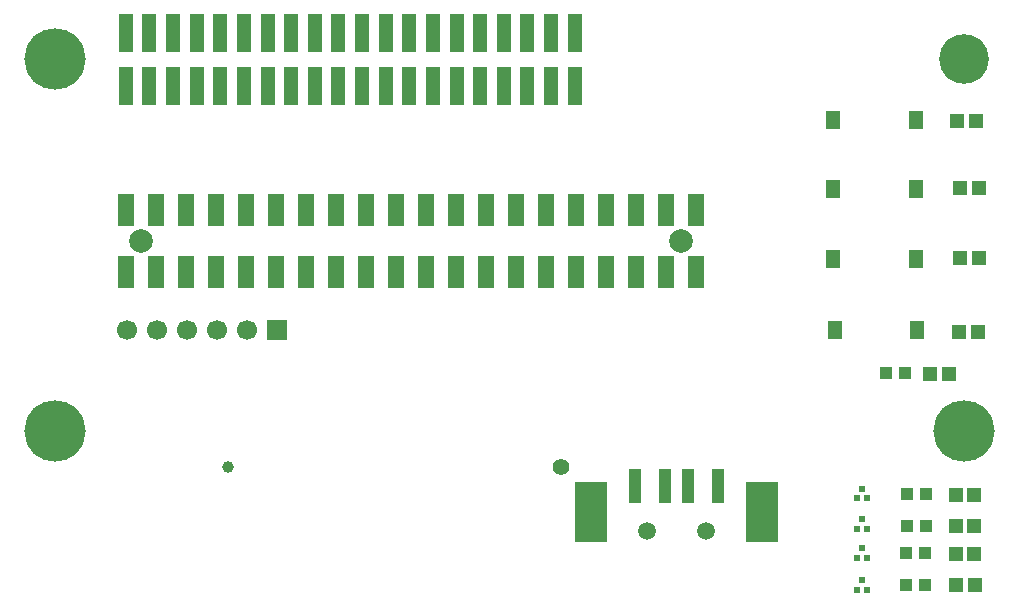
<source format=gts>
G04 Layer_Color=8388736*
%FSLAX42Y42*%
%MOMM*%
G71*
G01*
G75*
%ADD27C,1.50*%
%ADD42R,0.47X0.60*%
%ADD43R,0.57X0.60*%
%ADD44R,1.20X1.60*%
%ADD45R,1.20X1.15*%
%ADD46R,1.20X3.20*%
%ADD47R,1.00X1.00*%
%ADD48R,2.70X5.20*%
%ADD49R,1.10X3.00*%
%ADD50R,1.40X2.70*%
%ADD51C,5.20*%
%ADD52C,4.20*%
%ADD53C,1.40*%
%ADD54C,1.00*%
%ADD55C,1.70*%
%ADD56R,1.70X1.70*%
%ADD57C,2.00*%
D27*
X6412Y2005D02*
D03*
X6912D02*
D03*
D42*
X8271Y1507D02*
D03*
X8191D02*
D03*
Y1781D02*
D03*
X8271D02*
D03*
Y2027D02*
D03*
X8191D02*
D03*
Y2283D02*
D03*
X8271D02*
D03*
D43*
X8231Y1588D02*
D03*
Y1861D02*
D03*
Y2108D02*
D03*
Y2362D02*
D03*
D44*
X7991Y4898D02*
D03*
X8691D02*
D03*
X7991Y5488D02*
D03*
X8691D02*
D03*
X7991Y4308D02*
D03*
X8691D02*
D03*
X8001Y3708D02*
D03*
X8701D02*
D03*
D45*
X9201Y5478D02*
D03*
X9041D02*
D03*
X9221Y4908D02*
D03*
X9061D02*
D03*
X9211Y3688D02*
D03*
X9051D02*
D03*
X9185Y2311D02*
D03*
X9025D02*
D03*
X9221Y4318D02*
D03*
X9061D02*
D03*
X9185Y2050D02*
D03*
X9025D02*
D03*
X8967Y3336D02*
D03*
X8807D02*
D03*
X9185Y1811D02*
D03*
X9025D02*
D03*
X9187Y1550D02*
D03*
X9027D02*
D03*
D46*
X2000Y6225D02*
D03*
Y5775D02*
D03*
X2200Y6225D02*
D03*
Y5775D02*
D03*
X2400Y6225D02*
D03*
Y5775D02*
D03*
X2600Y6225D02*
D03*
Y5775D02*
D03*
X2800Y6225D02*
D03*
Y5775D02*
D03*
X3000Y6225D02*
D03*
Y5775D02*
D03*
X3200Y6225D02*
D03*
Y5775D02*
D03*
X3400Y6225D02*
D03*
Y5775D02*
D03*
X3600Y6225D02*
D03*
Y5775D02*
D03*
X3800Y6225D02*
D03*
Y5775D02*
D03*
X4000Y6225D02*
D03*
Y5775D02*
D03*
X4200Y6225D02*
D03*
Y5775D02*
D03*
X4400Y6225D02*
D03*
Y5775D02*
D03*
X4600Y6225D02*
D03*
Y5775D02*
D03*
X4800Y6225D02*
D03*
Y5775D02*
D03*
X5000Y6225D02*
D03*
Y5775D02*
D03*
X5200Y6225D02*
D03*
Y5775D02*
D03*
X5400Y6225D02*
D03*
Y5775D02*
D03*
X5600Y6225D02*
D03*
Y5775D02*
D03*
X5800Y6225D02*
D03*
Y5775D02*
D03*
D47*
X8605Y1551D02*
D03*
X8765D02*
D03*
X8597Y3346D02*
D03*
X8437D02*
D03*
X8775Y2321D02*
D03*
X8615D02*
D03*
X8775Y2051D02*
D03*
X8615D02*
D03*
X8765Y1821D02*
D03*
X8605D02*
D03*
D48*
X7387Y2165D02*
D03*
X5937D02*
D03*
D49*
X6312Y2390D02*
D03*
X6562D02*
D03*
X6762D02*
D03*
X7012D02*
D03*
D50*
X2000Y4726D02*
D03*
Y4200D02*
D03*
X2254Y4726D02*
D03*
Y4200D02*
D03*
X2508Y4726D02*
D03*
Y4200D02*
D03*
X2762Y4726D02*
D03*
Y4200D02*
D03*
X3016Y4726D02*
D03*
Y4200D02*
D03*
X3270Y4726D02*
D03*
Y4200D02*
D03*
X3524Y4726D02*
D03*
Y4200D02*
D03*
X3778Y4726D02*
D03*
Y4200D02*
D03*
X4032Y4726D02*
D03*
Y4200D02*
D03*
X4286Y4726D02*
D03*
Y4200D02*
D03*
X4540Y4726D02*
D03*
Y4200D02*
D03*
X4794Y4726D02*
D03*
Y4200D02*
D03*
X5048Y4726D02*
D03*
Y4200D02*
D03*
X5302Y4726D02*
D03*
Y4200D02*
D03*
X5556Y4726D02*
D03*
Y4200D02*
D03*
X5810Y4726D02*
D03*
Y4200D02*
D03*
X6064Y4726D02*
D03*
Y4200D02*
D03*
X6318Y4726D02*
D03*
Y4200D02*
D03*
X6572Y4726D02*
D03*
Y4200D02*
D03*
X6826Y4726D02*
D03*
Y4200D02*
D03*
D51*
X1400Y2850D02*
D03*
X9100D02*
D03*
X1400Y6000D02*
D03*
D52*
X9100D02*
D03*
D53*
X5685Y2545D02*
D03*
D54*
X2865D02*
D03*
D55*
X2006Y3704D02*
D03*
X2260D02*
D03*
X2514D02*
D03*
X2768D02*
D03*
X3022D02*
D03*
D56*
X3276D02*
D03*
D57*
X6699Y4461D02*
D03*
X2127Y4463D02*
D03*
M02*

</source>
